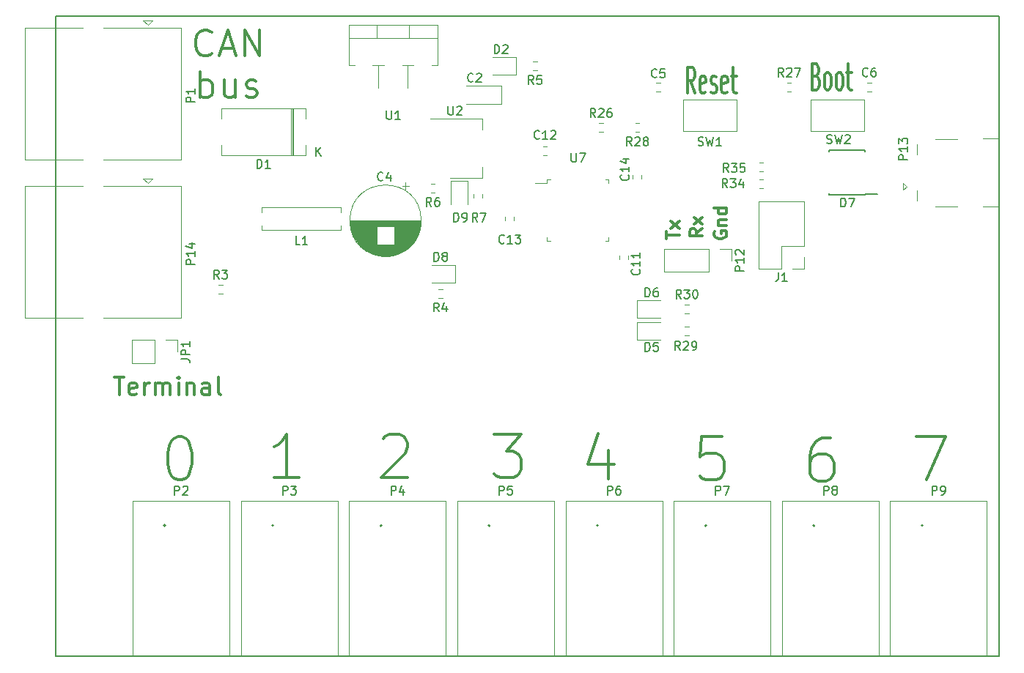
<source format=gbr>
G04 #@! TF.FileFunction,Legend,Top*
%FSLAX46Y46*%
G04 Gerber Fmt 4.6, Leading zero omitted, Abs format (unit mm)*
G04 Created by KiCad (PCBNEW 4.0.7) date Wed Mar 21 17:07:03 2018*
%MOMM*%
%LPD*%
G01*
G04 APERTURE LIST*
%ADD10C,0.100000*%
%ADD11C,0.150000*%
%ADD12C,0.300000*%
%ADD13C,0.120000*%
%ADD14C,0.200000*%
G04 APERTURE END LIST*
D10*
D11*
X134000000Y-140000000D02*
X134000000Y-66000000D01*
X25000000Y-66000000D02*
X25000000Y-140000000D01*
X25000000Y-66000000D02*
X134000000Y-66000000D01*
D12*
X31782523Y-107743762D02*
X32925380Y-107743762D01*
X32353952Y-109743762D02*
X32353952Y-107743762D01*
X34353952Y-109648524D02*
X34163476Y-109743762D01*
X33782524Y-109743762D01*
X33592047Y-109648524D01*
X33496809Y-109458048D01*
X33496809Y-108696143D01*
X33592047Y-108505667D01*
X33782524Y-108410429D01*
X34163476Y-108410429D01*
X34353952Y-108505667D01*
X34449190Y-108696143D01*
X34449190Y-108886619D01*
X33496809Y-109077095D01*
X35306333Y-109743762D02*
X35306333Y-108410429D01*
X35306333Y-108791381D02*
X35401572Y-108600905D01*
X35496810Y-108505667D01*
X35687286Y-108410429D01*
X35877762Y-108410429D01*
X36544428Y-109743762D02*
X36544428Y-108410429D01*
X36544428Y-108600905D02*
X36639667Y-108505667D01*
X36830143Y-108410429D01*
X37115857Y-108410429D01*
X37306333Y-108505667D01*
X37401571Y-108696143D01*
X37401571Y-109743762D01*
X37401571Y-108696143D02*
X37496809Y-108505667D01*
X37687286Y-108410429D01*
X37973000Y-108410429D01*
X38163476Y-108505667D01*
X38258714Y-108696143D01*
X38258714Y-109743762D01*
X39211095Y-109743762D02*
X39211095Y-108410429D01*
X39211095Y-107743762D02*
X39115857Y-107839000D01*
X39211095Y-107934238D01*
X39306334Y-107839000D01*
X39211095Y-107743762D01*
X39211095Y-107934238D01*
X40163476Y-108410429D02*
X40163476Y-109743762D01*
X40163476Y-108600905D02*
X40258715Y-108505667D01*
X40449191Y-108410429D01*
X40734905Y-108410429D01*
X40925381Y-108505667D01*
X41020619Y-108696143D01*
X41020619Y-109743762D01*
X42830143Y-109743762D02*
X42830143Y-108696143D01*
X42734905Y-108505667D01*
X42544429Y-108410429D01*
X42163477Y-108410429D01*
X41973000Y-108505667D01*
X42830143Y-109648524D02*
X42639667Y-109743762D01*
X42163477Y-109743762D01*
X41973000Y-109648524D01*
X41877762Y-109458048D01*
X41877762Y-109267571D01*
X41973000Y-109077095D01*
X42163477Y-108981857D01*
X42639667Y-108981857D01*
X42830143Y-108886619D01*
X44068239Y-109743762D02*
X43877763Y-109648524D01*
X43782524Y-109458048D01*
X43782524Y-107743762D01*
D11*
X133000000Y-140000000D02*
X134000000Y-140000000D01*
D12*
X43029428Y-70299429D02*
X42886571Y-70442286D01*
X42458000Y-70585143D01*
X42172286Y-70585143D01*
X41743714Y-70442286D01*
X41458000Y-70156571D01*
X41315143Y-69870857D01*
X41172286Y-69299429D01*
X41172286Y-68870857D01*
X41315143Y-68299429D01*
X41458000Y-68013714D01*
X41743714Y-67728000D01*
X42172286Y-67585143D01*
X42458000Y-67585143D01*
X42886571Y-67728000D01*
X43029428Y-67870857D01*
X44172286Y-69728000D02*
X45600857Y-69728000D01*
X43886571Y-70585143D02*
X44886571Y-67585143D01*
X45886571Y-70585143D01*
X46886572Y-70585143D02*
X46886572Y-67585143D01*
X48600857Y-70585143D01*
X48600857Y-67585143D01*
X41743715Y-75385143D02*
X41743715Y-72385143D01*
X41743715Y-73528000D02*
X42029429Y-73385143D01*
X42600858Y-73385143D01*
X42886572Y-73528000D01*
X43029429Y-73670857D01*
X43172286Y-73956571D01*
X43172286Y-74813714D01*
X43029429Y-75099429D01*
X42886572Y-75242286D01*
X42600858Y-75385143D01*
X42029429Y-75385143D01*
X41743715Y-75242286D01*
X45743715Y-73385143D02*
X45743715Y-75385143D01*
X44458001Y-73385143D02*
X44458001Y-74956571D01*
X44600858Y-75242286D01*
X44886572Y-75385143D01*
X45315144Y-75385143D01*
X45600858Y-75242286D01*
X45743715Y-75099429D01*
X47029430Y-75242286D02*
X47315144Y-75385143D01*
X47886572Y-75385143D01*
X48172287Y-75242286D01*
X48315144Y-74956571D01*
X48315144Y-74813714D01*
X48172287Y-74528000D01*
X47886572Y-74385143D01*
X47458001Y-74385143D01*
X47172287Y-74242286D01*
X47029430Y-73956571D01*
X47029430Y-73813714D01*
X47172287Y-73528000D01*
X47458001Y-73385143D01*
X47886572Y-73385143D01*
X48172287Y-73528000D01*
X124444334Y-114609905D02*
X127777667Y-114609905D01*
X125634810Y-119609905D01*
X114490381Y-114736905D02*
X113538000Y-114736905D01*
X113061810Y-114975000D01*
X112823715Y-115213095D01*
X112347524Y-115927381D01*
X112109429Y-116879762D01*
X112109429Y-118784524D01*
X112347524Y-119260714D01*
X112585619Y-119498810D01*
X113061810Y-119736905D01*
X114014191Y-119736905D01*
X114490381Y-119498810D01*
X114728477Y-119260714D01*
X114966572Y-118784524D01*
X114966572Y-117594048D01*
X114728477Y-117117857D01*
X114490381Y-116879762D01*
X114014191Y-116641667D01*
X113061810Y-116641667D01*
X112585619Y-116879762D01*
X112347524Y-117117857D01*
X112109429Y-117594048D01*
X102028477Y-114609905D02*
X99647524Y-114609905D01*
X99409429Y-116990857D01*
X99647524Y-116752762D01*
X100123715Y-116514667D01*
X101314191Y-116514667D01*
X101790381Y-116752762D01*
X102028477Y-116990857D01*
X102266572Y-117467048D01*
X102266572Y-118657524D01*
X102028477Y-119133714D01*
X101790381Y-119371810D01*
X101314191Y-119609905D01*
X100123715Y-119609905D01*
X99647524Y-119371810D01*
X99409429Y-119133714D01*
X88836381Y-116149571D02*
X88836381Y-119482905D01*
X87645905Y-114244810D02*
X86455429Y-117816238D01*
X89550667Y-117816238D01*
X75676334Y-114355905D02*
X78771572Y-114355905D01*
X77104905Y-116260667D01*
X77819191Y-116260667D01*
X78295381Y-116498762D01*
X78533477Y-116736857D01*
X78771572Y-117213048D01*
X78771572Y-118403524D01*
X78533477Y-118879714D01*
X78295381Y-119117810D01*
X77819191Y-119355905D01*
X76390619Y-119355905D01*
X75914429Y-119117810D01*
X75676334Y-118879714D01*
X62833429Y-114832095D02*
X63071524Y-114594000D01*
X63547715Y-114355905D01*
X64738191Y-114355905D01*
X65214381Y-114594000D01*
X65452477Y-114832095D01*
X65690572Y-115308286D01*
X65690572Y-115784476D01*
X65452477Y-116498762D01*
X62595334Y-119355905D01*
X65690572Y-119355905D01*
X53117572Y-119355905D02*
X50260429Y-119355905D01*
X51689000Y-119355905D02*
X51689000Y-114355905D01*
X51212810Y-115070190D01*
X50736619Y-115546381D01*
X50260429Y-115784476D01*
X39131905Y-114609905D02*
X39608096Y-114609905D01*
X40084286Y-114848000D01*
X40322381Y-115086095D01*
X40560477Y-115562286D01*
X40798572Y-116514667D01*
X40798572Y-117705143D01*
X40560477Y-118657524D01*
X40322381Y-119133714D01*
X40084286Y-119371810D01*
X39608096Y-119609905D01*
X39131905Y-119609905D01*
X38655715Y-119371810D01*
X38417619Y-119133714D01*
X38179524Y-118657524D01*
X37941429Y-117705143D01*
X37941429Y-116514667D01*
X38179524Y-115562286D01*
X38417619Y-115086095D01*
X38655715Y-114848000D01*
X39131905Y-114609905D01*
X95571571Y-91713714D02*
X95571571Y-90856571D01*
X97071571Y-91285142D02*
X95571571Y-91285142D01*
X97071571Y-90499428D02*
X96071571Y-89713714D01*
X96071571Y-90499428D02*
X97071571Y-89713714D01*
X99738571Y-90566857D02*
X99024286Y-91066857D01*
X99738571Y-91424000D02*
X98238571Y-91424000D01*
X98238571Y-90852572D01*
X98310000Y-90709714D01*
X98381429Y-90638286D01*
X98524286Y-90566857D01*
X98738571Y-90566857D01*
X98881429Y-90638286D01*
X98952857Y-90709714D01*
X99024286Y-90852572D01*
X99024286Y-91424000D01*
X99738571Y-90066857D02*
X98738571Y-89281143D01*
X98738571Y-90066857D02*
X99738571Y-89281143D01*
X101104000Y-90880286D02*
X101032571Y-91023143D01*
X101032571Y-91237429D01*
X101104000Y-91451714D01*
X101246857Y-91594572D01*
X101389714Y-91666000D01*
X101675429Y-91737429D01*
X101889714Y-91737429D01*
X102175429Y-91666000D01*
X102318286Y-91594572D01*
X102461143Y-91451714D01*
X102532571Y-91237429D01*
X102532571Y-91094572D01*
X102461143Y-90880286D01*
X102389714Y-90808857D01*
X101889714Y-90808857D01*
X101889714Y-91094572D01*
X101532571Y-90166000D02*
X102532571Y-90166000D01*
X101675429Y-90166000D02*
X101604000Y-90094572D01*
X101532571Y-89951714D01*
X101532571Y-89737429D01*
X101604000Y-89594572D01*
X101746857Y-89523143D01*
X102532571Y-89523143D01*
X102532571Y-88166000D02*
X101032571Y-88166000D01*
X102461143Y-88166000D02*
X102532571Y-88308857D01*
X102532571Y-88594571D01*
X102461143Y-88737429D01*
X102389714Y-88808857D01*
X102246857Y-88880286D01*
X101818286Y-88880286D01*
X101675429Y-88808857D01*
X101604000Y-88737429D01*
X101532571Y-88594571D01*
X101532571Y-88308857D01*
X101604000Y-88166000D01*
D11*
X25000000Y-140000000D02*
X133000000Y-140000000D01*
D12*
X98853858Y-74890143D02*
X98353858Y-73461571D01*
X97996715Y-74890143D02*
X97996715Y-71890143D01*
X98568143Y-71890143D01*
X98711001Y-72033000D01*
X98782429Y-72175857D01*
X98853858Y-72461571D01*
X98853858Y-72890143D01*
X98782429Y-73175857D01*
X98711001Y-73318714D01*
X98568143Y-73461571D01*
X97996715Y-73461571D01*
X100068143Y-74747286D02*
X99925286Y-74890143D01*
X99639572Y-74890143D01*
X99496715Y-74747286D01*
X99425286Y-74461571D01*
X99425286Y-73318714D01*
X99496715Y-73033000D01*
X99639572Y-72890143D01*
X99925286Y-72890143D01*
X100068143Y-73033000D01*
X100139572Y-73318714D01*
X100139572Y-73604429D01*
X99425286Y-73890143D01*
X100711000Y-74747286D02*
X100853857Y-74890143D01*
X101139572Y-74890143D01*
X101282429Y-74747286D01*
X101353857Y-74461571D01*
X101353857Y-74318714D01*
X101282429Y-74033000D01*
X101139572Y-73890143D01*
X100925286Y-73890143D01*
X100782429Y-73747286D01*
X100711000Y-73461571D01*
X100711000Y-73318714D01*
X100782429Y-73033000D01*
X100925286Y-72890143D01*
X101139572Y-72890143D01*
X101282429Y-73033000D01*
X102568143Y-74747286D02*
X102425286Y-74890143D01*
X102139572Y-74890143D01*
X101996715Y-74747286D01*
X101925286Y-74461571D01*
X101925286Y-73318714D01*
X101996715Y-73033000D01*
X102139572Y-72890143D01*
X102425286Y-72890143D01*
X102568143Y-73033000D01*
X102639572Y-73318714D01*
X102639572Y-73604429D01*
X101925286Y-73890143D01*
X103068143Y-72890143D02*
X103639572Y-72890143D01*
X103282429Y-71890143D02*
X103282429Y-74461571D01*
X103353857Y-74747286D01*
X103496715Y-74890143D01*
X103639572Y-74890143D01*
X112875429Y-72937714D02*
X113089715Y-73080571D01*
X113161143Y-73223429D01*
X113232572Y-73509143D01*
X113232572Y-73937714D01*
X113161143Y-74223429D01*
X113089715Y-74366286D01*
X112946857Y-74509143D01*
X112375429Y-74509143D01*
X112375429Y-71509143D01*
X112875429Y-71509143D01*
X113018286Y-71652000D01*
X113089715Y-71794857D01*
X113161143Y-72080571D01*
X113161143Y-72366286D01*
X113089715Y-72652000D01*
X113018286Y-72794857D01*
X112875429Y-72937714D01*
X112375429Y-72937714D01*
X114089715Y-74509143D02*
X113946857Y-74366286D01*
X113875429Y-74223429D01*
X113804000Y-73937714D01*
X113804000Y-73080571D01*
X113875429Y-72794857D01*
X113946857Y-72652000D01*
X114089715Y-72509143D01*
X114304000Y-72509143D01*
X114446857Y-72652000D01*
X114518286Y-72794857D01*
X114589715Y-73080571D01*
X114589715Y-73937714D01*
X114518286Y-74223429D01*
X114446857Y-74366286D01*
X114304000Y-74509143D01*
X114089715Y-74509143D01*
X115446858Y-74509143D02*
X115304000Y-74366286D01*
X115232572Y-74223429D01*
X115161143Y-73937714D01*
X115161143Y-73080571D01*
X115232572Y-72794857D01*
X115304000Y-72652000D01*
X115446858Y-72509143D01*
X115661143Y-72509143D01*
X115804000Y-72652000D01*
X115875429Y-72794857D01*
X115946858Y-73080571D01*
X115946858Y-73937714D01*
X115875429Y-74223429D01*
X115804000Y-74366286D01*
X115661143Y-74509143D01*
X115446858Y-74509143D01*
X116375429Y-72509143D02*
X116946858Y-72509143D01*
X116589715Y-71509143D02*
X116589715Y-74080571D01*
X116661143Y-74366286D01*
X116804001Y-74509143D01*
X116946858Y-74509143D01*
D13*
X83910000Y-139800000D02*
X83910000Y-122000000D01*
X83910000Y-122000000D02*
X95090000Y-122000000D01*
X95090000Y-122000000D02*
X95090000Y-139800000D01*
D14*
X87695000Y-124880000D02*
G75*
G03X87695000Y-124880000I-100000J0D01*
G01*
D13*
X71410000Y-139800000D02*
X71410000Y-122000000D01*
X71410000Y-122000000D02*
X82590000Y-122000000D01*
X82590000Y-122000000D02*
X82590000Y-139800000D01*
D14*
X75195000Y-124880000D02*
G75*
G03X75195000Y-124880000I-100000J0D01*
G01*
D13*
X33910000Y-139800000D02*
X33910000Y-122000000D01*
X33910000Y-122000000D02*
X45090000Y-122000000D01*
X45090000Y-122000000D02*
X45090000Y-139800000D01*
D14*
X37695000Y-124880000D02*
G75*
G03X37695000Y-124880000I-100000J0D01*
G01*
D13*
X46410000Y-139800000D02*
X46410000Y-122000000D01*
X46410000Y-122000000D02*
X57590000Y-122000000D01*
X57590000Y-122000000D02*
X57590000Y-139800000D01*
D14*
X50195000Y-124880000D02*
G75*
G03X50195000Y-124880000I-100000J0D01*
G01*
D13*
X58910000Y-139800000D02*
X58910000Y-122000000D01*
X58910000Y-122000000D02*
X70090000Y-122000000D01*
X70090000Y-122000000D02*
X70090000Y-139800000D01*
D14*
X62695000Y-124880000D02*
G75*
G03X62695000Y-124880000I-100000J0D01*
G01*
D13*
X96410000Y-139800000D02*
X96410000Y-122000000D01*
X96410000Y-122000000D02*
X107590000Y-122000000D01*
X107590000Y-122000000D02*
X107590000Y-139800000D01*
D14*
X100195000Y-124880000D02*
G75*
G03X100195000Y-124880000I-100000J0D01*
G01*
D13*
X108910000Y-139800000D02*
X108910000Y-122000000D01*
X108910000Y-122000000D02*
X120090000Y-122000000D01*
X120090000Y-122000000D02*
X120090000Y-139800000D01*
D14*
X112695000Y-124880000D02*
G75*
G03X112695000Y-124880000I-100000J0D01*
G01*
D13*
X121410000Y-139800000D02*
X121410000Y-122000000D01*
X121410000Y-122000000D02*
X132590000Y-122000000D01*
X132590000Y-122000000D02*
X132590000Y-139800000D01*
D14*
X125195000Y-124880000D02*
G75*
G03X125195000Y-124880000I-100000J0D01*
G01*
D13*
X72441000Y-76117000D02*
X76536000Y-76117000D01*
X76536000Y-76117000D02*
X76536000Y-73997000D01*
X76536000Y-73997000D02*
X72441000Y-73997000D01*
X67239000Y-89634000D02*
G75*
G03X67239000Y-89634000I-4120000J0D01*
G01*
X67199000Y-89634000D02*
X59039000Y-89634000D01*
X67199000Y-89674000D02*
X59039000Y-89674000D01*
X67199000Y-89714000D02*
X59039000Y-89714000D01*
X67198000Y-89754000D02*
X59040000Y-89754000D01*
X67196000Y-89794000D02*
X59042000Y-89794000D01*
X67195000Y-89834000D02*
X59043000Y-89834000D01*
X67193000Y-89874000D02*
X59045000Y-89874000D01*
X67190000Y-89914000D02*
X59048000Y-89914000D01*
X67187000Y-89954000D02*
X59051000Y-89954000D01*
X67184000Y-89994000D02*
X59054000Y-89994000D01*
X67180000Y-90034000D02*
X59058000Y-90034000D01*
X67176000Y-90074000D02*
X59062000Y-90074000D01*
X67171000Y-90114000D02*
X59067000Y-90114000D01*
X67167000Y-90154000D02*
X59071000Y-90154000D01*
X67161000Y-90194000D02*
X59077000Y-90194000D01*
X67156000Y-90234000D02*
X59082000Y-90234000D01*
X67149000Y-90274000D02*
X59089000Y-90274000D01*
X67143000Y-90314000D02*
X59095000Y-90314000D01*
X67136000Y-90355000D02*
X64159000Y-90355000D01*
X62079000Y-90355000D02*
X59102000Y-90355000D01*
X67129000Y-90395000D02*
X64159000Y-90395000D01*
X62079000Y-90395000D02*
X59109000Y-90395000D01*
X67121000Y-90435000D02*
X64159000Y-90435000D01*
X62079000Y-90435000D02*
X59117000Y-90435000D01*
X67113000Y-90475000D02*
X64159000Y-90475000D01*
X62079000Y-90475000D02*
X59125000Y-90475000D01*
X67104000Y-90515000D02*
X64159000Y-90515000D01*
X62079000Y-90515000D02*
X59134000Y-90515000D01*
X67095000Y-90555000D02*
X64159000Y-90555000D01*
X62079000Y-90555000D02*
X59143000Y-90555000D01*
X67086000Y-90595000D02*
X64159000Y-90595000D01*
X62079000Y-90595000D02*
X59152000Y-90595000D01*
X67076000Y-90635000D02*
X64159000Y-90635000D01*
X62079000Y-90635000D02*
X59162000Y-90635000D01*
X67066000Y-90675000D02*
X64159000Y-90675000D01*
X62079000Y-90675000D02*
X59172000Y-90675000D01*
X67055000Y-90715000D02*
X64159000Y-90715000D01*
X62079000Y-90715000D02*
X59183000Y-90715000D01*
X67044000Y-90755000D02*
X64159000Y-90755000D01*
X62079000Y-90755000D02*
X59194000Y-90755000D01*
X67033000Y-90795000D02*
X64159000Y-90795000D01*
X62079000Y-90795000D02*
X59205000Y-90795000D01*
X67021000Y-90835000D02*
X64159000Y-90835000D01*
X62079000Y-90835000D02*
X59217000Y-90835000D01*
X67008000Y-90875000D02*
X64159000Y-90875000D01*
X62079000Y-90875000D02*
X59230000Y-90875000D01*
X66996000Y-90915000D02*
X64159000Y-90915000D01*
X62079000Y-90915000D02*
X59242000Y-90915000D01*
X66982000Y-90955000D02*
X64159000Y-90955000D01*
X62079000Y-90955000D02*
X59256000Y-90955000D01*
X66969000Y-90995000D02*
X64159000Y-90995000D01*
X62079000Y-90995000D02*
X59269000Y-90995000D01*
X66954000Y-91035000D02*
X64159000Y-91035000D01*
X62079000Y-91035000D02*
X59284000Y-91035000D01*
X66940000Y-91075000D02*
X64159000Y-91075000D01*
X62079000Y-91075000D02*
X59298000Y-91075000D01*
X66924000Y-91115000D02*
X64159000Y-91115000D01*
X62079000Y-91115000D02*
X59314000Y-91115000D01*
X66909000Y-91155000D02*
X64159000Y-91155000D01*
X62079000Y-91155000D02*
X59329000Y-91155000D01*
X66893000Y-91195000D02*
X64159000Y-91195000D01*
X62079000Y-91195000D02*
X59345000Y-91195000D01*
X66876000Y-91235000D02*
X64159000Y-91235000D01*
X62079000Y-91235000D02*
X59362000Y-91235000D01*
X66859000Y-91275000D02*
X64159000Y-91275000D01*
X62079000Y-91275000D02*
X59379000Y-91275000D01*
X66841000Y-91315000D02*
X64159000Y-91315000D01*
X62079000Y-91315000D02*
X59397000Y-91315000D01*
X66823000Y-91355000D02*
X64159000Y-91355000D01*
X62079000Y-91355000D02*
X59415000Y-91355000D01*
X66805000Y-91395000D02*
X64159000Y-91395000D01*
X62079000Y-91395000D02*
X59433000Y-91395000D01*
X66785000Y-91435000D02*
X64159000Y-91435000D01*
X62079000Y-91435000D02*
X59453000Y-91435000D01*
X66766000Y-91475000D02*
X64159000Y-91475000D01*
X62079000Y-91475000D02*
X59472000Y-91475000D01*
X66746000Y-91515000D02*
X64159000Y-91515000D01*
X62079000Y-91515000D02*
X59492000Y-91515000D01*
X66725000Y-91555000D02*
X64159000Y-91555000D01*
X62079000Y-91555000D02*
X59513000Y-91555000D01*
X66703000Y-91595000D02*
X64159000Y-91595000D01*
X62079000Y-91595000D02*
X59535000Y-91595000D01*
X66681000Y-91635000D02*
X64159000Y-91635000D01*
X62079000Y-91635000D02*
X59557000Y-91635000D01*
X66659000Y-91675000D02*
X64159000Y-91675000D01*
X62079000Y-91675000D02*
X59579000Y-91675000D01*
X66636000Y-91715000D02*
X64159000Y-91715000D01*
X62079000Y-91715000D02*
X59602000Y-91715000D01*
X66612000Y-91755000D02*
X64159000Y-91755000D01*
X62079000Y-91755000D02*
X59626000Y-91755000D01*
X66588000Y-91795000D02*
X64159000Y-91795000D01*
X62079000Y-91795000D02*
X59650000Y-91795000D01*
X66563000Y-91835000D02*
X64159000Y-91835000D01*
X62079000Y-91835000D02*
X59675000Y-91835000D01*
X66537000Y-91875000D02*
X64159000Y-91875000D01*
X62079000Y-91875000D02*
X59701000Y-91875000D01*
X66511000Y-91915000D02*
X64159000Y-91915000D01*
X62079000Y-91915000D02*
X59727000Y-91915000D01*
X66484000Y-91955000D02*
X64159000Y-91955000D01*
X62079000Y-91955000D02*
X59754000Y-91955000D01*
X66457000Y-91995000D02*
X64159000Y-91995000D01*
X62079000Y-91995000D02*
X59781000Y-91995000D01*
X66428000Y-92035000D02*
X64159000Y-92035000D01*
X62079000Y-92035000D02*
X59810000Y-92035000D01*
X66399000Y-92075000D02*
X64159000Y-92075000D01*
X62079000Y-92075000D02*
X59839000Y-92075000D01*
X66369000Y-92115000D02*
X64159000Y-92115000D01*
X62079000Y-92115000D02*
X59869000Y-92115000D01*
X66339000Y-92155000D02*
X64159000Y-92155000D01*
X62079000Y-92155000D02*
X59899000Y-92155000D01*
X66308000Y-92195000D02*
X64159000Y-92195000D01*
X62079000Y-92195000D02*
X59930000Y-92195000D01*
X66275000Y-92235000D02*
X64159000Y-92235000D01*
X62079000Y-92235000D02*
X59963000Y-92235000D01*
X66243000Y-92275000D02*
X64159000Y-92275000D01*
X62079000Y-92275000D02*
X59995000Y-92275000D01*
X66209000Y-92315000D02*
X64159000Y-92315000D01*
X62079000Y-92315000D02*
X60029000Y-92315000D01*
X66174000Y-92355000D02*
X64159000Y-92355000D01*
X62079000Y-92355000D02*
X60064000Y-92355000D01*
X66138000Y-92395000D02*
X64159000Y-92395000D01*
X62079000Y-92395000D02*
X60100000Y-92395000D01*
X66102000Y-92435000D02*
X60136000Y-92435000D01*
X66064000Y-92475000D02*
X60174000Y-92475000D01*
X66026000Y-92515000D02*
X60212000Y-92515000D01*
X65986000Y-92555000D02*
X60252000Y-92555000D01*
X65945000Y-92595000D02*
X60293000Y-92595000D01*
X65903000Y-92635000D02*
X60335000Y-92635000D01*
X65860000Y-92675000D02*
X60378000Y-92675000D01*
X65816000Y-92715000D02*
X60422000Y-92715000D01*
X65770000Y-92755000D02*
X60468000Y-92755000D01*
X65723000Y-92795000D02*
X60515000Y-92795000D01*
X65675000Y-92835000D02*
X60563000Y-92835000D01*
X65624000Y-92875000D02*
X60614000Y-92875000D01*
X65573000Y-92915000D02*
X60665000Y-92915000D01*
X65519000Y-92955000D02*
X60719000Y-92955000D01*
X65464000Y-92995000D02*
X60774000Y-92995000D01*
X65406000Y-93035000D02*
X60832000Y-93035000D01*
X65347000Y-93075000D02*
X60891000Y-93075000D01*
X65285000Y-93115000D02*
X60953000Y-93115000D01*
X65221000Y-93155000D02*
X61017000Y-93155000D01*
X65153000Y-93195000D02*
X61085000Y-93195000D01*
X65083000Y-93235000D02*
X61155000Y-93235000D01*
X65009000Y-93275000D02*
X61229000Y-93275000D01*
X64932000Y-93315000D02*
X61306000Y-93315000D01*
X64850000Y-93355000D02*
X61388000Y-93355000D01*
X64764000Y-93395000D02*
X61474000Y-93395000D01*
X64671000Y-93435000D02*
X61567000Y-93435000D01*
X64572000Y-93475000D02*
X61666000Y-93475000D01*
X64465000Y-93515000D02*
X61773000Y-93515000D01*
X64348000Y-93555000D02*
X61890000Y-93555000D01*
X64217000Y-93595000D02*
X62021000Y-93595000D01*
X64067000Y-93635000D02*
X62171000Y-93635000D01*
X63887000Y-93675000D02*
X62351000Y-93675000D01*
X63652000Y-93715000D02*
X62586000Y-93715000D01*
X65434000Y-85224302D02*
X65434000Y-86024302D01*
X65834000Y-85624302D02*
X65034000Y-85624302D01*
X94835000Y-74678000D02*
X94395000Y-74678000D01*
X94835000Y-73658000D02*
X94395000Y-73658000D01*
X118779000Y-73658000D02*
X119219000Y-73658000D01*
X118779000Y-74678000D02*
X119219000Y-74678000D01*
X90168000Y-94073000D02*
X90168000Y-93633000D01*
X91188000Y-94073000D02*
X91188000Y-93633000D01*
X81754000Y-82044000D02*
X81314000Y-82044000D01*
X81754000Y-81024000D02*
X81314000Y-81024000D01*
X77980000Y-89188000D02*
X77980000Y-89628000D01*
X76960000Y-89188000D02*
X76960000Y-89628000D01*
X91692000Y-84802000D02*
X91692000Y-84362000D01*
X92712000Y-84802000D02*
X92712000Y-84362000D01*
X53907000Y-80915000D02*
X53907000Y-82100000D01*
X53907000Y-82100000D02*
X44137000Y-82100000D01*
X44137000Y-82100000D02*
X44137000Y-80915000D01*
X53907000Y-77835000D02*
X53907000Y-76650000D01*
X53907000Y-76650000D02*
X44137000Y-76650000D01*
X44137000Y-76650000D02*
X44137000Y-77835000D01*
X52357500Y-82100000D02*
X52357500Y-76650000D01*
X52237500Y-82100000D02*
X52237500Y-76650000D01*
X52477500Y-82100000D02*
X52477500Y-76650000D01*
X75454000Y-72765000D02*
X78154000Y-72765000D01*
X78154000Y-72765000D02*
X78154000Y-70745000D01*
X78154000Y-70745000D02*
X75454000Y-70745000D01*
X94853000Y-101352000D02*
X92153000Y-101352000D01*
X92153000Y-101352000D02*
X92153000Y-103372000D01*
X92153000Y-103372000D02*
X94853000Y-103372000D01*
X94853000Y-98812000D02*
X92153000Y-98812000D01*
X92153000Y-98812000D02*
X92153000Y-100832000D01*
X92153000Y-100832000D02*
X94853000Y-100832000D01*
X68469000Y-96768000D02*
X71169000Y-96768000D01*
X71169000Y-96768000D02*
X71169000Y-94748000D01*
X71169000Y-94748000D02*
X68469000Y-94748000D01*
X72638000Y-87741000D02*
X72638000Y-85041000D01*
X72638000Y-85041000D02*
X70618000Y-85041000D01*
X70618000Y-85041000D02*
X70618000Y-87741000D01*
X111439000Y-87443000D02*
X106239000Y-87443000D01*
X111439000Y-92583000D02*
X111439000Y-87443000D01*
X106239000Y-95183000D02*
X106239000Y-87443000D01*
X111439000Y-92583000D02*
X108839000Y-92583000D01*
X108839000Y-92583000D02*
X108839000Y-95183000D01*
X108839000Y-95183000D02*
X106239000Y-95183000D01*
X111439000Y-93853000D02*
X111439000Y-95183000D01*
X111439000Y-95183000D02*
X110109000Y-95183000D01*
X33849000Y-103445000D02*
X33849000Y-106105000D01*
X36449000Y-103445000D02*
X33849000Y-103445000D01*
X36449000Y-106105000D02*
X33849000Y-106105000D01*
X36449000Y-103445000D02*
X36449000Y-106105000D01*
X37719000Y-103445000D02*
X39049000Y-103445000D01*
X39049000Y-103445000D02*
X39049000Y-104775000D01*
X57960000Y-90718000D02*
X48840000Y-90718000D01*
X57960000Y-88098000D02*
X48840000Y-88098000D01*
X57960000Y-90718000D02*
X57960000Y-90158000D01*
X57960000Y-88658000D02*
X57960000Y-88098000D01*
X48840000Y-90718000D02*
X48840000Y-90158000D01*
X48840000Y-88658000D02*
X48840000Y-88098000D01*
X35137000Y-66485000D02*
X35687000Y-67035000D01*
X36187000Y-66485000D02*
X35137000Y-66485000D01*
X35687000Y-67035000D02*
X36187000Y-66485000D01*
X21467000Y-67315000D02*
X21467000Y-82555000D01*
X39497000Y-82555000D02*
X30507000Y-82545000D01*
X39497000Y-82555000D02*
X39497000Y-67315000D01*
X39497000Y-67315000D02*
X30497000Y-67315000D01*
X28167000Y-82545000D02*
X21467000Y-82555000D01*
X28177000Y-67315000D02*
X21467000Y-67315000D01*
X95317000Y-92904000D02*
X95317000Y-95564000D01*
X100457000Y-92904000D02*
X95317000Y-92904000D01*
X100457000Y-95564000D02*
X95317000Y-95564000D01*
X100457000Y-92904000D02*
X100457000Y-95564000D01*
X101727000Y-92904000D02*
X103057000Y-92904000D01*
X103057000Y-92904000D02*
X103057000Y-94234000D01*
X133989000Y-80124000D02*
X132089000Y-80124000D01*
X129189000Y-80174000D02*
X126589000Y-80174000D01*
X124489000Y-82024000D02*
X124489000Y-80824000D01*
X124489000Y-87324000D02*
X124489000Y-86124000D01*
X129189000Y-87974000D02*
X126589000Y-87974000D01*
X133989000Y-87974000D02*
X132089000Y-87974000D01*
X122889000Y-85324000D02*
X123339000Y-85674000D01*
X122889000Y-86024000D02*
X122889000Y-85324000D01*
X123339000Y-85674000D02*
X122889000Y-86024000D01*
X35137000Y-84773000D02*
X35687000Y-85323000D01*
X36187000Y-84773000D02*
X35137000Y-84773000D01*
X35687000Y-85323000D02*
X36187000Y-84773000D01*
X21467000Y-85603000D02*
X21467000Y-100843000D01*
X39497000Y-100843000D02*
X30507000Y-100833000D01*
X39497000Y-100843000D02*
X39497000Y-85603000D01*
X39497000Y-85603000D02*
X30497000Y-85603000D01*
X28167000Y-100833000D02*
X21467000Y-100843000D01*
X28177000Y-85603000D02*
X21467000Y-85603000D01*
X43849000Y-97026000D02*
X44289000Y-97026000D01*
X43849000Y-98046000D02*
X44289000Y-98046000D01*
X69689000Y-98554000D02*
X69249000Y-98554000D01*
X69689000Y-97534000D02*
X69249000Y-97534000D01*
X80611000Y-72265000D02*
X80171000Y-72265000D01*
X80611000Y-71245000D02*
X80171000Y-71245000D01*
X68360000Y-85342000D02*
X68800000Y-85342000D01*
X68360000Y-86362000D02*
X68800000Y-86362000D01*
X74297000Y-86521000D02*
X74297000Y-86961000D01*
X73277000Y-86521000D02*
X73277000Y-86961000D01*
X87791000Y-78357000D02*
X88231000Y-78357000D01*
X87791000Y-79377000D02*
X88231000Y-79377000D01*
X109948000Y-74678000D02*
X109508000Y-74678000D01*
X109948000Y-73658000D02*
X109508000Y-73658000D01*
X92422000Y-79377000D02*
X91982000Y-79377000D01*
X92422000Y-78357000D02*
X91982000Y-78357000D01*
X97697000Y-101852000D02*
X98137000Y-101852000D01*
X97697000Y-102872000D02*
X98137000Y-102872000D01*
X97697000Y-99312000D02*
X98137000Y-99312000D01*
X97697000Y-100332000D02*
X98137000Y-100332000D01*
X106709500Y-85854000D02*
X106269500Y-85854000D01*
X106709500Y-84834000D02*
X106269500Y-84834000D01*
X106709500Y-83949000D02*
X106269500Y-83949000D01*
X106709500Y-82929000D02*
X106269500Y-82929000D01*
X74300000Y-84690000D02*
X74300000Y-83430000D01*
X74300000Y-77870000D02*
X74300000Y-79130000D01*
X70540000Y-84690000D02*
X74300000Y-84690000D01*
X68290000Y-77870000D02*
X74300000Y-77870000D01*
X88904000Y-84832000D02*
X88904000Y-85252000D01*
X88904000Y-91952000D02*
X88904000Y-91532000D01*
X81784000Y-91952000D02*
X81784000Y-91532000D01*
X81784000Y-84832000D02*
X82204000Y-84832000D01*
X88904000Y-91952000D02*
X88484000Y-91952000D01*
X88904000Y-84832000D02*
X88484000Y-84832000D01*
X81784000Y-85252000D02*
X80404000Y-85252000D01*
X81784000Y-84832000D02*
X81784000Y-85252000D01*
X81784000Y-91952000D02*
X82204000Y-91952000D01*
X58858000Y-67008000D02*
X69099000Y-67008000D01*
X58858000Y-71649000D02*
X59529000Y-71649000D01*
X61629000Y-71649000D02*
X62914000Y-71649000D01*
X65044000Y-71649000D02*
X66314000Y-71649000D01*
X68444000Y-71649000D02*
X69099000Y-71649000D01*
X58858000Y-67008000D02*
X58858000Y-71649000D01*
X69099000Y-67008000D02*
X69099000Y-71649000D01*
X58858000Y-68517000D02*
X69099000Y-68517000D01*
X62129000Y-67008000D02*
X62129000Y-68517000D01*
X65829000Y-67008000D02*
X65829000Y-68517000D01*
X62279000Y-71649000D02*
X62279000Y-74263000D01*
X65679000Y-71649000D02*
X65679000Y-74263000D01*
X97524000Y-75660000D02*
X103644000Y-75660000D01*
X103644000Y-75660000D02*
X103644000Y-79280000D01*
X103644000Y-79280000D02*
X97524000Y-79280000D01*
X97524000Y-79280000D02*
X97524000Y-75660000D01*
X112256000Y-75660000D02*
X118376000Y-75660000D01*
X118376000Y-75660000D02*
X118376000Y-79280000D01*
X118376000Y-79280000D02*
X112256000Y-79280000D01*
X112256000Y-79280000D02*
X112256000Y-75660000D01*
D11*
X118534000Y-86649000D02*
X118534000Y-86599000D01*
X114384000Y-86649000D02*
X114384000Y-86504000D01*
X114384000Y-81499000D02*
X114384000Y-81644000D01*
X118534000Y-81499000D02*
X118534000Y-81644000D01*
X118534000Y-86649000D02*
X114384000Y-86649000D01*
X118534000Y-81499000D02*
X114384000Y-81499000D01*
X118534000Y-86599000D02*
X119934000Y-86599000D01*
X88761905Y-121317781D02*
X88761905Y-120317781D01*
X89142858Y-120317781D01*
X89238096Y-120365400D01*
X89285715Y-120413019D01*
X89333334Y-120508257D01*
X89333334Y-120651114D01*
X89285715Y-120746352D01*
X89238096Y-120793971D01*
X89142858Y-120841590D01*
X88761905Y-120841590D01*
X90190477Y-120317781D02*
X90000000Y-120317781D01*
X89904762Y-120365400D01*
X89857143Y-120413019D01*
X89761905Y-120555876D01*
X89714286Y-120746352D01*
X89714286Y-121127305D01*
X89761905Y-121222543D01*
X89809524Y-121270162D01*
X89904762Y-121317781D01*
X90095239Y-121317781D01*
X90190477Y-121270162D01*
X90238096Y-121222543D01*
X90285715Y-121127305D01*
X90285715Y-120889210D01*
X90238096Y-120793971D01*
X90190477Y-120746352D01*
X90095239Y-120698733D01*
X89904762Y-120698733D01*
X89809524Y-120746352D01*
X89761905Y-120793971D01*
X89714286Y-120889210D01*
X76261905Y-121317781D02*
X76261905Y-120317781D01*
X76642858Y-120317781D01*
X76738096Y-120365400D01*
X76785715Y-120413019D01*
X76833334Y-120508257D01*
X76833334Y-120651114D01*
X76785715Y-120746352D01*
X76738096Y-120793971D01*
X76642858Y-120841590D01*
X76261905Y-120841590D01*
X77738096Y-120317781D02*
X77261905Y-120317781D01*
X77214286Y-120793971D01*
X77261905Y-120746352D01*
X77357143Y-120698733D01*
X77595239Y-120698733D01*
X77690477Y-120746352D01*
X77738096Y-120793971D01*
X77785715Y-120889210D01*
X77785715Y-121127305D01*
X77738096Y-121222543D01*
X77690477Y-121270162D01*
X77595239Y-121317781D01*
X77357143Y-121317781D01*
X77261905Y-121270162D01*
X77214286Y-121222543D01*
X38761905Y-121317781D02*
X38761905Y-120317781D01*
X39142858Y-120317781D01*
X39238096Y-120365400D01*
X39285715Y-120413019D01*
X39333334Y-120508257D01*
X39333334Y-120651114D01*
X39285715Y-120746352D01*
X39238096Y-120793971D01*
X39142858Y-120841590D01*
X38761905Y-120841590D01*
X39714286Y-120413019D02*
X39761905Y-120365400D01*
X39857143Y-120317781D01*
X40095239Y-120317781D01*
X40190477Y-120365400D01*
X40238096Y-120413019D01*
X40285715Y-120508257D01*
X40285715Y-120603495D01*
X40238096Y-120746352D01*
X39666667Y-121317781D01*
X40285715Y-121317781D01*
X51261905Y-121317781D02*
X51261905Y-120317781D01*
X51642858Y-120317781D01*
X51738096Y-120365400D01*
X51785715Y-120413019D01*
X51833334Y-120508257D01*
X51833334Y-120651114D01*
X51785715Y-120746352D01*
X51738096Y-120793971D01*
X51642858Y-120841590D01*
X51261905Y-120841590D01*
X52166667Y-120317781D02*
X52785715Y-120317781D01*
X52452381Y-120698733D01*
X52595239Y-120698733D01*
X52690477Y-120746352D01*
X52738096Y-120793971D01*
X52785715Y-120889210D01*
X52785715Y-121127305D01*
X52738096Y-121222543D01*
X52690477Y-121270162D01*
X52595239Y-121317781D01*
X52309524Y-121317781D01*
X52214286Y-121270162D01*
X52166667Y-121222543D01*
X63761905Y-121317781D02*
X63761905Y-120317781D01*
X64142858Y-120317781D01*
X64238096Y-120365400D01*
X64285715Y-120413019D01*
X64333334Y-120508257D01*
X64333334Y-120651114D01*
X64285715Y-120746352D01*
X64238096Y-120793971D01*
X64142858Y-120841590D01*
X63761905Y-120841590D01*
X65190477Y-120651114D02*
X65190477Y-121317781D01*
X64952381Y-120270162D02*
X64714286Y-120984448D01*
X65333334Y-120984448D01*
X101261905Y-121317781D02*
X101261905Y-120317781D01*
X101642858Y-120317781D01*
X101738096Y-120365400D01*
X101785715Y-120413019D01*
X101833334Y-120508257D01*
X101833334Y-120651114D01*
X101785715Y-120746352D01*
X101738096Y-120793971D01*
X101642858Y-120841590D01*
X101261905Y-120841590D01*
X102166667Y-120317781D02*
X102833334Y-120317781D01*
X102404762Y-121317781D01*
X113761905Y-121317781D02*
X113761905Y-120317781D01*
X114142858Y-120317781D01*
X114238096Y-120365400D01*
X114285715Y-120413019D01*
X114333334Y-120508257D01*
X114333334Y-120651114D01*
X114285715Y-120746352D01*
X114238096Y-120793971D01*
X114142858Y-120841590D01*
X113761905Y-120841590D01*
X114904762Y-120746352D02*
X114809524Y-120698733D01*
X114761905Y-120651114D01*
X114714286Y-120555876D01*
X114714286Y-120508257D01*
X114761905Y-120413019D01*
X114809524Y-120365400D01*
X114904762Y-120317781D01*
X115095239Y-120317781D01*
X115190477Y-120365400D01*
X115238096Y-120413019D01*
X115285715Y-120508257D01*
X115285715Y-120555876D01*
X115238096Y-120651114D01*
X115190477Y-120698733D01*
X115095239Y-120746352D01*
X114904762Y-120746352D01*
X114809524Y-120793971D01*
X114761905Y-120841590D01*
X114714286Y-120936829D01*
X114714286Y-121127305D01*
X114761905Y-121222543D01*
X114809524Y-121270162D01*
X114904762Y-121317781D01*
X115095239Y-121317781D01*
X115190477Y-121270162D01*
X115238096Y-121222543D01*
X115285715Y-121127305D01*
X115285715Y-120936829D01*
X115238096Y-120841590D01*
X115190477Y-120793971D01*
X115095239Y-120746352D01*
X126261905Y-121317781D02*
X126261905Y-120317781D01*
X126642858Y-120317781D01*
X126738096Y-120365400D01*
X126785715Y-120413019D01*
X126833334Y-120508257D01*
X126833334Y-120651114D01*
X126785715Y-120746352D01*
X126738096Y-120793971D01*
X126642858Y-120841590D01*
X126261905Y-120841590D01*
X127309524Y-121317781D02*
X127500000Y-121317781D01*
X127595239Y-121270162D01*
X127642858Y-121222543D01*
X127738096Y-121079686D01*
X127785715Y-120889210D01*
X127785715Y-120508257D01*
X127738096Y-120413019D01*
X127690477Y-120365400D01*
X127595239Y-120317781D01*
X127404762Y-120317781D01*
X127309524Y-120365400D01*
X127261905Y-120413019D01*
X127214286Y-120508257D01*
X127214286Y-120746352D01*
X127261905Y-120841590D01*
X127309524Y-120889210D01*
X127404762Y-120936829D01*
X127595239Y-120936829D01*
X127690477Y-120889210D01*
X127738096Y-120841590D01*
X127785715Y-120746352D01*
X73239334Y-73509143D02*
X73191715Y-73556762D01*
X73048858Y-73604381D01*
X72953620Y-73604381D01*
X72810762Y-73556762D01*
X72715524Y-73461524D01*
X72667905Y-73366286D01*
X72620286Y-73175810D01*
X72620286Y-73032952D01*
X72667905Y-72842476D01*
X72715524Y-72747238D01*
X72810762Y-72652000D01*
X72953620Y-72604381D01*
X73048858Y-72604381D01*
X73191715Y-72652000D01*
X73239334Y-72699619D01*
X73620286Y-72699619D02*
X73667905Y-72652000D01*
X73763143Y-72604381D01*
X74001239Y-72604381D01*
X74096477Y-72652000D01*
X74144096Y-72699619D01*
X74191715Y-72794857D01*
X74191715Y-72890095D01*
X74144096Y-73032952D01*
X73572667Y-73604381D01*
X74191715Y-73604381D01*
X62825334Y-84939143D02*
X62777715Y-84986762D01*
X62634858Y-85034381D01*
X62539620Y-85034381D01*
X62396762Y-84986762D01*
X62301524Y-84891524D01*
X62253905Y-84796286D01*
X62206286Y-84605810D01*
X62206286Y-84462952D01*
X62253905Y-84272476D01*
X62301524Y-84177238D01*
X62396762Y-84082000D01*
X62539620Y-84034381D01*
X62634858Y-84034381D01*
X62777715Y-84082000D01*
X62825334Y-84129619D01*
X63682477Y-84367714D02*
X63682477Y-85034381D01*
X63444381Y-83986762D02*
X63206286Y-84701048D01*
X63825334Y-84701048D01*
X94448334Y-73001143D02*
X94400715Y-73048762D01*
X94257858Y-73096381D01*
X94162620Y-73096381D01*
X94019762Y-73048762D01*
X93924524Y-72953524D01*
X93876905Y-72858286D01*
X93829286Y-72667810D01*
X93829286Y-72524952D01*
X93876905Y-72334476D01*
X93924524Y-72239238D01*
X94019762Y-72144000D01*
X94162620Y-72096381D01*
X94257858Y-72096381D01*
X94400715Y-72144000D01*
X94448334Y-72191619D01*
X95353096Y-72096381D02*
X94876905Y-72096381D01*
X94829286Y-72572571D01*
X94876905Y-72524952D01*
X94972143Y-72477333D01*
X95210239Y-72477333D01*
X95305477Y-72524952D01*
X95353096Y-72572571D01*
X95400715Y-72667810D01*
X95400715Y-72905905D01*
X95353096Y-73001143D01*
X95305477Y-73048762D01*
X95210239Y-73096381D01*
X94972143Y-73096381D01*
X94876905Y-73048762D01*
X94829286Y-73001143D01*
X118832334Y-72875143D02*
X118784715Y-72922762D01*
X118641858Y-72970381D01*
X118546620Y-72970381D01*
X118403762Y-72922762D01*
X118308524Y-72827524D01*
X118260905Y-72732286D01*
X118213286Y-72541810D01*
X118213286Y-72398952D01*
X118260905Y-72208476D01*
X118308524Y-72113238D01*
X118403762Y-72018000D01*
X118546620Y-71970381D01*
X118641858Y-71970381D01*
X118784715Y-72018000D01*
X118832334Y-72065619D01*
X119689477Y-71970381D02*
X119499000Y-71970381D01*
X119403762Y-72018000D01*
X119356143Y-72065619D01*
X119260905Y-72208476D01*
X119213286Y-72398952D01*
X119213286Y-72779905D01*
X119260905Y-72875143D01*
X119308524Y-72922762D01*
X119403762Y-72970381D01*
X119594239Y-72970381D01*
X119689477Y-72922762D01*
X119737096Y-72875143D01*
X119784715Y-72779905D01*
X119784715Y-72541810D01*
X119737096Y-72446571D01*
X119689477Y-72398952D01*
X119594239Y-72351333D01*
X119403762Y-72351333D01*
X119308524Y-72398952D01*
X119260905Y-72446571D01*
X119213286Y-72541810D01*
X92432143Y-95257857D02*
X92479762Y-95305476D01*
X92527381Y-95448333D01*
X92527381Y-95543571D01*
X92479762Y-95686429D01*
X92384524Y-95781667D01*
X92289286Y-95829286D01*
X92098810Y-95876905D01*
X91955952Y-95876905D01*
X91765476Y-95829286D01*
X91670238Y-95781667D01*
X91575000Y-95686429D01*
X91527381Y-95543571D01*
X91527381Y-95448333D01*
X91575000Y-95305476D01*
X91622619Y-95257857D01*
X92527381Y-94305476D02*
X92527381Y-94876905D01*
X92527381Y-94591191D02*
X91527381Y-94591191D01*
X91670238Y-94686429D01*
X91765476Y-94781667D01*
X91813095Y-94876905D01*
X92527381Y-93353095D02*
X92527381Y-93924524D01*
X92527381Y-93638810D02*
X91527381Y-93638810D01*
X91670238Y-93734048D01*
X91765476Y-93829286D01*
X91813095Y-93924524D01*
X80891143Y-80113143D02*
X80843524Y-80160762D01*
X80700667Y-80208381D01*
X80605429Y-80208381D01*
X80462571Y-80160762D01*
X80367333Y-80065524D01*
X80319714Y-79970286D01*
X80272095Y-79779810D01*
X80272095Y-79636952D01*
X80319714Y-79446476D01*
X80367333Y-79351238D01*
X80462571Y-79256000D01*
X80605429Y-79208381D01*
X80700667Y-79208381D01*
X80843524Y-79256000D01*
X80891143Y-79303619D01*
X81843524Y-80208381D02*
X81272095Y-80208381D01*
X81557809Y-80208381D02*
X81557809Y-79208381D01*
X81462571Y-79351238D01*
X81367333Y-79446476D01*
X81272095Y-79494095D01*
X82224476Y-79303619D02*
X82272095Y-79256000D01*
X82367333Y-79208381D01*
X82605429Y-79208381D01*
X82700667Y-79256000D01*
X82748286Y-79303619D01*
X82795905Y-79398857D01*
X82795905Y-79494095D01*
X82748286Y-79636952D01*
X82176857Y-80208381D01*
X82795905Y-80208381D01*
X76827143Y-92178143D02*
X76779524Y-92225762D01*
X76636667Y-92273381D01*
X76541429Y-92273381D01*
X76398571Y-92225762D01*
X76303333Y-92130524D01*
X76255714Y-92035286D01*
X76208095Y-91844810D01*
X76208095Y-91701952D01*
X76255714Y-91511476D01*
X76303333Y-91416238D01*
X76398571Y-91321000D01*
X76541429Y-91273381D01*
X76636667Y-91273381D01*
X76779524Y-91321000D01*
X76827143Y-91368619D01*
X77779524Y-92273381D02*
X77208095Y-92273381D01*
X77493809Y-92273381D02*
X77493809Y-91273381D01*
X77398571Y-91416238D01*
X77303333Y-91511476D01*
X77208095Y-91559095D01*
X78112857Y-91273381D02*
X78731905Y-91273381D01*
X78398571Y-91654333D01*
X78541429Y-91654333D01*
X78636667Y-91701952D01*
X78684286Y-91749571D01*
X78731905Y-91844810D01*
X78731905Y-92082905D01*
X78684286Y-92178143D01*
X78636667Y-92225762D01*
X78541429Y-92273381D01*
X78255714Y-92273381D01*
X78160476Y-92225762D01*
X78112857Y-92178143D01*
X91162143Y-84335857D02*
X91209762Y-84383476D01*
X91257381Y-84526333D01*
X91257381Y-84621571D01*
X91209762Y-84764429D01*
X91114524Y-84859667D01*
X91019286Y-84907286D01*
X90828810Y-84954905D01*
X90685952Y-84954905D01*
X90495476Y-84907286D01*
X90400238Y-84859667D01*
X90305000Y-84764429D01*
X90257381Y-84621571D01*
X90257381Y-84526333D01*
X90305000Y-84383476D01*
X90352619Y-84335857D01*
X91257381Y-83383476D02*
X91257381Y-83954905D01*
X91257381Y-83669191D02*
X90257381Y-83669191D01*
X90400238Y-83764429D01*
X90495476Y-83859667D01*
X90543095Y-83954905D01*
X90590714Y-82526333D02*
X91257381Y-82526333D01*
X90209762Y-82764429D02*
X90924048Y-83002524D01*
X90924048Y-82383476D01*
X48283905Y-83552381D02*
X48283905Y-82552381D01*
X48522000Y-82552381D01*
X48664858Y-82600000D01*
X48760096Y-82695238D01*
X48807715Y-82790476D01*
X48855334Y-82980952D01*
X48855334Y-83123810D01*
X48807715Y-83314286D01*
X48760096Y-83409524D01*
X48664858Y-83504762D01*
X48522000Y-83552381D01*
X48283905Y-83552381D01*
X49807715Y-83552381D02*
X49236286Y-83552381D01*
X49522000Y-83552381D02*
X49522000Y-82552381D01*
X49426762Y-82695238D01*
X49331524Y-82790476D01*
X49236286Y-82838095D01*
X55110095Y-82127381D02*
X55110095Y-81127381D01*
X55681524Y-82127381D02*
X55252952Y-81555952D01*
X55681524Y-81127381D02*
X55110095Y-81698810D01*
X75715905Y-70302381D02*
X75715905Y-69302381D01*
X75954000Y-69302381D01*
X76096858Y-69350000D01*
X76192096Y-69445238D01*
X76239715Y-69540476D01*
X76287334Y-69730952D01*
X76287334Y-69873810D01*
X76239715Y-70064286D01*
X76192096Y-70159524D01*
X76096858Y-70254762D01*
X75954000Y-70302381D01*
X75715905Y-70302381D01*
X76668286Y-69397619D02*
X76715905Y-69350000D01*
X76811143Y-69302381D01*
X77049239Y-69302381D01*
X77144477Y-69350000D01*
X77192096Y-69397619D01*
X77239715Y-69492857D01*
X77239715Y-69588095D01*
X77192096Y-69730952D01*
X76620667Y-70302381D01*
X77239715Y-70302381D01*
X93114905Y-104719381D02*
X93114905Y-103719381D01*
X93353000Y-103719381D01*
X93495858Y-103767000D01*
X93591096Y-103862238D01*
X93638715Y-103957476D01*
X93686334Y-104147952D01*
X93686334Y-104290810D01*
X93638715Y-104481286D01*
X93591096Y-104576524D01*
X93495858Y-104671762D01*
X93353000Y-104719381D01*
X93114905Y-104719381D01*
X94591096Y-103719381D02*
X94114905Y-103719381D01*
X94067286Y-104195571D01*
X94114905Y-104147952D01*
X94210143Y-104100333D01*
X94448239Y-104100333D01*
X94543477Y-104147952D01*
X94591096Y-104195571D01*
X94638715Y-104290810D01*
X94638715Y-104528905D01*
X94591096Y-104624143D01*
X94543477Y-104671762D01*
X94448239Y-104719381D01*
X94210143Y-104719381D01*
X94114905Y-104671762D01*
X94067286Y-104624143D01*
X93114905Y-98424381D02*
X93114905Y-97424381D01*
X93353000Y-97424381D01*
X93495858Y-97472000D01*
X93591096Y-97567238D01*
X93638715Y-97662476D01*
X93686334Y-97852952D01*
X93686334Y-97995810D01*
X93638715Y-98186286D01*
X93591096Y-98281524D01*
X93495858Y-98376762D01*
X93353000Y-98424381D01*
X93114905Y-98424381D01*
X94543477Y-97424381D02*
X94353000Y-97424381D01*
X94257762Y-97472000D01*
X94210143Y-97519619D01*
X94114905Y-97662476D01*
X94067286Y-97852952D01*
X94067286Y-98233905D01*
X94114905Y-98329143D01*
X94162524Y-98376762D01*
X94257762Y-98424381D01*
X94448239Y-98424381D01*
X94543477Y-98376762D01*
X94591096Y-98329143D01*
X94638715Y-98233905D01*
X94638715Y-97995810D01*
X94591096Y-97900571D01*
X94543477Y-97852952D01*
X94448239Y-97805333D01*
X94257762Y-97805333D01*
X94162524Y-97852952D01*
X94114905Y-97900571D01*
X94067286Y-97995810D01*
X68730905Y-94305381D02*
X68730905Y-93305381D01*
X68969000Y-93305381D01*
X69111858Y-93353000D01*
X69207096Y-93448238D01*
X69254715Y-93543476D01*
X69302334Y-93733952D01*
X69302334Y-93876810D01*
X69254715Y-94067286D01*
X69207096Y-94162524D01*
X69111858Y-94257762D01*
X68969000Y-94305381D01*
X68730905Y-94305381D01*
X69873762Y-93733952D02*
X69778524Y-93686333D01*
X69730905Y-93638714D01*
X69683286Y-93543476D01*
X69683286Y-93495857D01*
X69730905Y-93400619D01*
X69778524Y-93353000D01*
X69873762Y-93305381D01*
X70064239Y-93305381D01*
X70159477Y-93353000D01*
X70207096Y-93400619D01*
X70254715Y-93495857D01*
X70254715Y-93543476D01*
X70207096Y-93638714D01*
X70159477Y-93686333D01*
X70064239Y-93733952D01*
X69873762Y-93733952D01*
X69778524Y-93781571D01*
X69730905Y-93829190D01*
X69683286Y-93924429D01*
X69683286Y-94114905D01*
X69730905Y-94210143D01*
X69778524Y-94257762D01*
X69873762Y-94305381D01*
X70064239Y-94305381D01*
X70159477Y-94257762D01*
X70207096Y-94210143D01*
X70254715Y-94114905D01*
X70254715Y-93924429D01*
X70207096Y-93829190D01*
X70159477Y-93781571D01*
X70064239Y-93733952D01*
X71016905Y-89733381D02*
X71016905Y-88733381D01*
X71255000Y-88733381D01*
X71397858Y-88781000D01*
X71493096Y-88876238D01*
X71540715Y-88971476D01*
X71588334Y-89161952D01*
X71588334Y-89304810D01*
X71540715Y-89495286D01*
X71493096Y-89590524D01*
X71397858Y-89685762D01*
X71255000Y-89733381D01*
X71016905Y-89733381D01*
X72064524Y-89733381D02*
X72255000Y-89733381D01*
X72350239Y-89685762D01*
X72397858Y-89638143D01*
X72493096Y-89495286D01*
X72540715Y-89304810D01*
X72540715Y-88923857D01*
X72493096Y-88828619D01*
X72445477Y-88781000D01*
X72350239Y-88733381D01*
X72159762Y-88733381D01*
X72064524Y-88781000D01*
X72016905Y-88828619D01*
X71969286Y-88923857D01*
X71969286Y-89161952D01*
X72016905Y-89257190D01*
X72064524Y-89304810D01*
X72159762Y-89352429D01*
X72350239Y-89352429D01*
X72445477Y-89304810D01*
X72493096Y-89257190D01*
X72540715Y-89161952D01*
X108505667Y-95635381D02*
X108505667Y-96349667D01*
X108458047Y-96492524D01*
X108362809Y-96587762D01*
X108219952Y-96635381D01*
X108124714Y-96635381D01*
X109505667Y-96635381D02*
X108934238Y-96635381D01*
X109219952Y-96635381D02*
X109219952Y-95635381D01*
X109124714Y-95778238D01*
X109029476Y-95873476D01*
X108934238Y-95921095D01*
X39501381Y-105608333D02*
X40215667Y-105608333D01*
X40358524Y-105655953D01*
X40453762Y-105751191D01*
X40501381Y-105894048D01*
X40501381Y-105989286D01*
X40501381Y-105132143D02*
X39501381Y-105132143D01*
X39501381Y-104751190D01*
X39549000Y-104655952D01*
X39596619Y-104608333D01*
X39691857Y-104560714D01*
X39834714Y-104560714D01*
X39929952Y-104608333D01*
X39977571Y-104655952D01*
X40025190Y-104751190D01*
X40025190Y-105132143D01*
X40501381Y-103608333D02*
X40501381Y-104179762D01*
X40501381Y-103894048D02*
X39501381Y-103894048D01*
X39644238Y-103989286D01*
X39739476Y-104084524D01*
X39787095Y-104179762D01*
X53233334Y-92420381D02*
X52757143Y-92420381D01*
X52757143Y-91420381D01*
X54090477Y-92420381D02*
X53519048Y-92420381D01*
X53804762Y-92420381D02*
X53804762Y-91420381D01*
X53709524Y-91563238D01*
X53614286Y-91658476D01*
X53519048Y-91706095D01*
X41089381Y-75923095D02*
X40089381Y-75923095D01*
X40089381Y-75542142D01*
X40137000Y-75446904D01*
X40184619Y-75399285D01*
X40279857Y-75351666D01*
X40422714Y-75351666D01*
X40517952Y-75399285D01*
X40565571Y-75446904D01*
X40613190Y-75542142D01*
X40613190Y-75923095D01*
X41089381Y-74399285D02*
X41089381Y-74970714D01*
X41089381Y-74685000D02*
X40089381Y-74685000D01*
X40232238Y-74780238D01*
X40327476Y-74875476D01*
X40375095Y-74970714D01*
X104509381Y-95448286D02*
X103509381Y-95448286D01*
X103509381Y-95067333D01*
X103557000Y-94972095D01*
X103604619Y-94924476D01*
X103699857Y-94876857D01*
X103842714Y-94876857D01*
X103937952Y-94924476D01*
X103985571Y-94972095D01*
X104033190Y-95067333D01*
X104033190Y-95448286D01*
X104509381Y-93924476D02*
X104509381Y-94495905D01*
X104509381Y-94210191D02*
X103509381Y-94210191D01*
X103652238Y-94305429D01*
X103747476Y-94400667D01*
X103795095Y-94495905D01*
X103604619Y-93543524D02*
X103557000Y-93495905D01*
X103509381Y-93400667D01*
X103509381Y-93162571D01*
X103557000Y-93067333D01*
X103604619Y-93019714D01*
X103699857Y-92972095D01*
X103795095Y-92972095D01*
X103937952Y-93019714D01*
X104509381Y-93591143D01*
X104509381Y-92972095D01*
X123416047Y-82579276D02*
X122416047Y-82579276D01*
X122416047Y-82198323D01*
X122463666Y-82103085D01*
X122511285Y-82055466D01*
X122606523Y-82007847D01*
X122749380Y-82007847D01*
X122844618Y-82055466D01*
X122892237Y-82103085D01*
X122939856Y-82198323D01*
X122939856Y-82579276D01*
X123416047Y-81055466D02*
X123416047Y-81626895D01*
X123416047Y-81341181D02*
X122416047Y-81341181D01*
X122558904Y-81436419D01*
X122654142Y-81531657D01*
X122701761Y-81626895D01*
X122416047Y-80722133D02*
X122416047Y-80103085D01*
X122796999Y-80436419D01*
X122796999Y-80293561D01*
X122844618Y-80198323D01*
X122892237Y-80150704D01*
X122987476Y-80103085D01*
X123225571Y-80103085D01*
X123320809Y-80150704D01*
X123368428Y-80198323D01*
X123416047Y-80293561D01*
X123416047Y-80579276D01*
X123368428Y-80674514D01*
X123320809Y-80722133D01*
X41089381Y-94687286D02*
X40089381Y-94687286D01*
X40089381Y-94306333D01*
X40137000Y-94211095D01*
X40184619Y-94163476D01*
X40279857Y-94115857D01*
X40422714Y-94115857D01*
X40517952Y-94163476D01*
X40565571Y-94211095D01*
X40613190Y-94306333D01*
X40613190Y-94687286D01*
X41089381Y-93163476D02*
X41089381Y-93734905D01*
X41089381Y-93449191D02*
X40089381Y-93449191D01*
X40232238Y-93544429D01*
X40327476Y-93639667D01*
X40375095Y-93734905D01*
X40422714Y-92306333D02*
X41089381Y-92306333D01*
X40041762Y-92544429D02*
X40756048Y-92782524D01*
X40756048Y-92163476D01*
X43902334Y-96338381D02*
X43569000Y-95862190D01*
X43330905Y-96338381D02*
X43330905Y-95338381D01*
X43711858Y-95338381D01*
X43807096Y-95386000D01*
X43854715Y-95433619D01*
X43902334Y-95528857D01*
X43902334Y-95671714D01*
X43854715Y-95766952D01*
X43807096Y-95814571D01*
X43711858Y-95862190D01*
X43330905Y-95862190D01*
X44235667Y-95338381D02*
X44854715Y-95338381D01*
X44521381Y-95719333D01*
X44664239Y-95719333D01*
X44759477Y-95766952D01*
X44807096Y-95814571D01*
X44854715Y-95909810D01*
X44854715Y-96147905D01*
X44807096Y-96243143D01*
X44759477Y-96290762D01*
X44664239Y-96338381D01*
X44378524Y-96338381D01*
X44283286Y-96290762D01*
X44235667Y-96243143D01*
X69302334Y-100146381D02*
X68969000Y-99670190D01*
X68730905Y-100146381D02*
X68730905Y-99146381D01*
X69111858Y-99146381D01*
X69207096Y-99194000D01*
X69254715Y-99241619D01*
X69302334Y-99336857D01*
X69302334Y-99479714D01*
X69254715Y-99574952D01*
X69207096Y-99622571D01*
X69111858Y-99670190D01*
X68730905Y-99670190D01*
X70159477Y-99479714D02*
X70159477Y-100146381D01*
X69921381Y-99098762D02*
X69683286Y-99813048D01*
X70302334Y-99813048D01*
X80224334Y-73857381D02*
X79891000Y-73381190D01*
X79652905Y-73857381D02*
X79652905Y-72857381D01*
X80033858Y-72857381D01*
X80129096Y-72905000D01*
X80176715Y-72952619D01*
X80224334Y-73047857D01*
X80224334Y-73190714D01*
X80176715Y-73285952D01*
X80129096Y-73333571D01*
X80033858Y-73381190D01*
X79652905Y-73381190D01*
X81129096Y-72857381D02*
X80652905Y-72857381D01*
X80605286Y-73333571D01*
X80652905Y-73285952D01*
X80748143Y-73238333D01*
X80986239Y-73238333D01*
X81081477Y-73285952D01*
X81129096Y-73333571D01*
X81176715Y-73428810D01*
X81176715Y-73666905D01*
X81129096Y-73762143D01*
X81081477Y-73809762D01*
X80986239Y-73857381D01*
X80748143Y-73857381D01*
X80652905Y-73809762D01*
X80605286Y-73762143D01*
X68413334Y-87955381D02*
X68080000Y-87479190D01*
X67841905Y-87955381D02*
X67841905Y-86955381D01*
X68222858Y-86955381D01*
X68318096Y-87003000D01*
X68365715Y-87050619D01*
X68413334Y-87145857D01*
X68413334Y-87288714D01*
X68365715Y-87383952D01*
X68318096Y-87431571D01*
X68222858Y-87479190D01*
X67841905Y-87479190D01*
X69270477Y-86955381D02*
X69080000Y-86955381D01*
X68984762Y-87003000D01*
X68937143Y-87050619D01*
X68841905Y-87193476D01*
X68794286Y-87383952D01*
X68794286Y-87764905D01*
X68841905Y-87860143D01*
X68889524Y-87907762D01*
X68984762Y-87955381D01*
X69175239Y-87955381D01*
X69270477Y-87907762D01*
X69318096Y-87860143D01*
X69365715Y-87764905D01*
X69365715Y-87526810D01*
X69318096Y-87431571D01*
X69270477Y-87383952D01*
X69175239Y-87336333D01*
X68984762Y-87336333D01*
X68889524Y-87383952D01*
X68841905Y-87431571D01*
X68794286Y-87526810D01*
X73747334Y-89733381D02*
X73414000Y-89257190D01*
X73175905Y-89733381D02*
X73175905Y-88733381D01*
X73556858Y-88733381D01*
X73652096Y-88781000D01*
X73699715Y-88828619D01*
X73747334Y-88923857D01*
X73747334Y-89066714D01*
X73699715Y-89161952D01*
X73652096Y-89209571D01*
X73556858Y-89257190D01*
X73175905Y-89257190D01*
X74080667Y-88733381D02*
X74747334Y-88733381D01*
X74318762Y-89733381D01*
X87368143Y-77669381D02*
X87034809Y-77193190D01*
X86796714Y-77669381D02*
X86796714Y-76669381D01*
X87177667Y-76669381D01*
X87272905Y-76717000D01*
X87320524Y-76764619D01*
X87368143Y-76859857D01*
X87368143Y-77002714D01*
X87320524Y-77097952D01*
X87272905Y-77145571D01*
X87177667Y-77193190D01*
X86796714Y-77193190D01*
X87749095Y-76764619D02*
X87796714Y-76717000D01*
X87891952Y-76669381D01*
X88130048Y-76669381D01*
X88225286Y-76717000D01*
X88272905Y-76764619D01*
X88320524Y-76859857D01*
X88320524Y-76955095D01*
X88272905Y-77097952D01*
X87701476Y-77669381D01*
X88320524Y-77669381D01*
X89177667Y-76669381D02*
X88987190Y-76669381D01*
X88891952Y-76717000D01*
X88844333Y-76764619D01*
X88749095Y-76907476D01*
X88701476Y-77097952D01*
X88701476Y-77478905D01*
X88749095Y-77574143D01*
X88796714Y-77621762D01*
X88891952Y-77669381D01*
X89082429Y-77669381D01*
X89177667Y-77621762D01*
X89225286Y-77574143D01*
X89272905Y-77478905D01*
X89272905Y-77240810D01*
X89225286Y-77145571D01*
X89177667Y-77097952D01*
X89082429Y-77050333D01*
X88891952Y-77050333D01*
X88796714Y-77097952D01*
X88749095Y-77145571D01*
X88701476Y-77240810D01*
X109085143Y-72969381D02*
X108751809Y-72493190D01*
X108513714Y-72969381D02*
X108513714Y-71969381D01*
X108894667Y-71969381D01*
X108989905Y-72017000D01*
X109037524Y-72064619D01*
X109085143Y-72159857D01*
X109085143Y-72302714D01*
X109037524Y-72397952D01*
X108989905Y-72445571D01*
X108894667Y-72493190D01*
X108513714Y-72493190D01*
X109466095Y-72064619D02*
X109513714Y-72017000D01*
X109608952Y-71969381D01*
X109847048Y-71969381D01*
X109942286Y-72017000D01*
X109989905Y-72064619D01*
X110037524Y-72159857D01*
X110037524Y-72255095D01*
X109989905Y-72397952D01*
X109418476Y-72969381D01*
X110037524Y-72969381D01*
X110370857Y-71969381D02*
X111037524Y-71969381D01*
X110608952Y-72969381D01*
X91559143Y-80969381D02*
X91225809Y-80493190D01*
X90987714Y-80969381D02*
X90987714Y-79969381D01*
X91368667Y-79969381D01*
X91463905Y-80017000D01*
X91511524Y-80064619D01*
X91559143Y-80159857D01*
X91559143Y-80302714D01*
X91511524Y-80397952D01*
X91463905Y-80445571D01*
X91368667Y-80493190D01*
X90987714Y-80493190D01*
X91940095Y-80064619D02*
X91987714Y-80017000D01*
X92082952Y-79969381D01*
X92321048Y-79969381D01*
X92416286Y-80017000D01*
X92463905Y-80064619D01*
X92511524Y-80159857D01*
X92511524Y-80255095D01*
X92463905Y-80397952D01*
X91892476Y-80969381D01*
X92511524Y-80969381D01*
X93082952Y-80397952D02*
X92987714Y-80350333D01*
X92940095Y-80302714D01*
X92892476Y-80207476D01*
X92892476Y-80159857D01*
X92940095Y-80064619D01*
X92987714Y-80017000D01*
X93082952Y-79969381D01*
X93273429Y-79969381D01*
X93368667Y-80017000D01*
X93416286Y-80064619D01*
X93463905Y-80159857D01*
X93463905Y-80207476D01*
X93416286Y-80302714D01*
X93368667Y-80350333D01*
X93273429Y-80397952D01*
X93082952Y-80397952D01*
X92987714Y-80445571D01*
X92940095Y-80493190D01*
X92892476Y-80588429D01*
X92892476Y-80778905D01*
X92940095Y-80874143D01*
X92987714Y-80921762D01*
X93082952Y-80969381D01*
X93273429Y-80969381D01*
X93368667Y-80921762D01*
X93416286Y-80874143D01*
X93463905Y-80778905D01*
X93463905Y-80588429D01*
X93416286Y-80493190D01*
X93368667Y-80445571D01*
X93273429Y-80397952D01*
X97147143Y-104592381D02*
X96813809Y-104116190D01*
X96575714Y-104592381D02*
X96575714Y-103592381D01*
X96956667Y-103592381D01*
X97051905Y-103640000D01*
X97099524Y-103687619D01*
X97147143Y-103782857D01*
X97147143Y-103925714D01*
X97099524Y-104020952D01*
X97051905Y-104068571D01*
X96956667Y-104116190D01*
X96575714Y-104116190D01*
X97528095Y-103687619D02*
X97575714Y-103640000D01*
X97670952Y-103592381D01*
X97909048Y-103592381D01*
X98004286Y-103640000D01*
X98051905Y-103687619D01*
X98099524Y-103782857D01*
X98099524Y-103878095D01*
X98051905Y-104020952D01*
X97480476Y-104592381D01*
X98099524Y-104592381D01*
X98575714Y-104592381D02*
X98766190Y-104592381D01*
X98861429Y-104544762D01*
X98909048Y-104497143D01*
X99004286Y-104354286D01*
X99051905Y-104163810D01*
X99051905Y-103782857D01*
X99004286Y-103687619D01*
X98956667Y-103640000D01*
X98861429Y-103592381D01*
X98670952Y-103592381D01*
X98575714Y-103640000D01*
X98528095Y-103687619D01*
X98480476Y-103782857D01*
X98480476Y-104020952D01*
X98528095Y-104116190D01*
X98575714Y-104163810D01*
X98670952Y-104211429D01*
X98861429Y-104211429D01*
X98956667Y-104163810D01*
X99004286Y-104116190D01*
X99051905Y-104020952D01*
X97274143Y-98624381D02*
X96940809Y-98148190D01*
X96702714Y-98624381D02*
X96702714Y-97624381D01*
X97083667Y-97624381D01*
X97178905Y-97672000D01*
X97226524Y-97719619D01*
X97274143Y-97814857D01*
X97274143Y-97957714D01*
X97226524Y-98052952D01*
X97178905Y-98100571D01*
X97083667Y-98148190D01*
X96702714Y-98148190D01*
X97607476Y-97624381D02*
X98226524Y-97624381D01*
X97893190Y-98005333D01*
X98036048Y-98005333D01*
X98131286Y-98052952D01*
X98178905Y-98100571D01*
X98226524Y-98195810D01*
X98226524Y-98433905D01*
X98178905Y-98529143D01*
X98131286Y-98576762D01*
X98036048Y-98624381D01*
X97750333Y-98624381D01*
X97655095Y-98576762D01*
X97607476Y-98529143D01*
X98845571Y-97624381D02*
X98940810Y-97624381D01*
X99036048Y-97672000D01*
X99083667Y-97719619D01*
X99131286Y-97814857D01*
X99178905Y-98005333D01*
X99178905Y-98243429D01*
X99131286Y-98433905D01*
X99083667Y-98529143D01*
X99036048Y-98576762D01*
X98940810Y-98624381D01*
X98845571Y-98624381D01*
X98750333Y-98576762D01*
X98702714Y-98529143D01*
X98655095Y-98433905D01*
X98607476Y-98243429D01*
X98607476Y-98005333D01*
X98655095Y-97814857D01*
X98702714Y-97719619D01*
X98750333Y-97672000D01*
X98845571Y-97624381D01*
X102608143Y-85796381D02*
X102274809Y-85320190D01*
X102036714Y-85796381D02*
X102036714Y-84796381D01*
X102417667Y-84796381D01*
X102512905Y-84844000D01*
X102560524Y-84891619D01*
X102608143Y-84986857D01*
X102608143Y-85129714D01*
X102560524Y-85224952D01*
X102512905Y-85272571D01*
X102417667Y-85320190D01*
X102036714Y-85320190D01*
X102941476Y-84796381D02*
X103560524Y-84796381D01*
X103227190Y-85177333D01*
X103370048Y-85177333D01*
X103465286Y-85224952D01*
X103512905Y-85272571D01*
X103560524Y-85367810D01*
X103560524Y-85605905D01*
X103512905Y-85701143D01*
X103465286Y-85748762D01*
X103370048Y-85796381D01*
X103084333Y-85796381D01*
X102989095Y-85748762D01*
X102941476Y-85701143D01*
X104417667Y-85129714D02*
X104417667Y-85796381D01*
X104179571Y-84748762D02*
X103941476Y-85463048D01*
X104560524Y-85463048D01*
X102735143Y-84018381D02*
X102401809Y-83542190D01*
X102163714Y-84018381D02*
X102163714Y-83018381D01*
X102544667Y-83018381D01*
X102639905Y-83066000D01*
X102687524Y-83113619D01*
X102735143Y-83208857D01*
X102735143Y-83351714D01*
X102687524Y-83446952D01*
X102639905Y-83494571D01*
X102544667Y-83542190D01*
X102163714Y-83542190D01*
X103068476Y-83018381D02*
X103687524Y-83018381D01*
X103354190Y-83399333D01*
X103497048Y-83399333D01*
X103592286Y-83446952D01*
X103639905Y-83494571D01*
X103687524Y-83589810D01*
X103687524Y-83827905D01*
X103639905Y-83923143D01*
X103592286Y-83970762D01*
X103497048Y-84018381D01*
X103211333Y-84018381D01*
X103116095Y-83970762D01*
X103068476Y-83923143D01*
X104592286Y-83018381D02*
X104116095Y-83018381D01*
X104068476Y-83494571D01*
X104116095Y-83446952D01*
X104211333Y-83399333D01*
X104449429Y-83399333D01*
X104544667Y-83446952D01*
X104592286Y-83494571D01*
X104639905Y-83589810D01*
X104639905Y-83827905D01*
X104592286Y-83923143D01*
X104544667Y-83970762D01*
X104449429Y-84018381D01*
X104211333Y-84018381D01*
X104116095Y-83970762D01*
X104068476Y-83923143D01*
X70358095Y-76414381D02*
X70358095Y-77223905D01*
X70405714Y-77319143D01*
X70453333Y-77366762D01*
X70548571Y-77414381D01*
X70739048Y-77414381D01*
X70834286Y-77366762D01*
X70881905Y-77319143D01*
X70929524Y-77223905D01*
X70929524Y-76414381D01*
X71358095Y-76509619D02*
X71405714Y-76462000D01*
X71500952Y-76414381D01*
X71739048Y-76414381D01*
X71834286Y-76462000D01*
X71881905Y-76509619D01*
X71929524Y-76604857D01*
X71929524Y-76700095D01*
X71881905Y-76842952D01*
X71310476Y-77414381D01*
X71929524Y-77414381D01*
X84582095Y-81844381D02*
X84582095Y-82653905D01*
X84629714Y-82749143D01*
X84677333Y-82796762D01*
X84772571Y-82844381D01*
X84963048Y-82844381D01*
X85058286Y-82796762D01*
X85105905Y-82749143D01*
X85153524Y-82653905D01*
X85153524Y-81844381D01*
X85534476Y-81844381D02*
X86201143Y-81844381D01*
X85772571Y-82844381D01*
X63246095Y-76922381D02*
X63246095Y-77731905D01*
X63293714Y-77827143D01*
X63341333Y-77874762D01*
X63436571Y-77922381D01*
X63627048Y-77922381D01*
X63722286Y-77874762D01*
X63769905Y-77827143D01*
X63817524Y-77731905D01*
X63817524Y-76922381D01*
X64817524Y-77922381D02*
X64246095Y-77922381D01*
X64531809Y-77922381D02*
X64531809Y-76922381D01*
X64436571Y-77065238D01*
X64341333Y-77160476D01*
X64246095Y-77208095D01*
X99250667Y-80922762D02*
X99393524Y-80970381D01*
X99631620Y-80970381D01*
X99726858Y-80922762D01*
X99774477Y-80875143D01*
X99822096Y-80779905D01*
X99822096Y-80684667D01*
X99774477Y-80589429D01*
X99726858Y-80541810D01*
X99631620Y-80494190D01*
X99441143Y-80446571D01*
X99345905Y-80398952D01*
X99298286Y-80351333D01*
X99250667Y-80256095D01*
X99250667Y-80160857D01*
X99298286Y-80065619D01*
X99345905Y-80018000D01*
X99441143Y-79970381D01*
X99679239Y-79970381D01*
X99822096Y-80018000D01*
X100155429Y-79970381D02*
X100393524Y-80970381D01*
X100584001Y-80256095D01*
X100774477Y-80970381D01*
X101012572Y-79970381D01*
X101917334Y-80970381D02*
X101345905Y-80970381D01*
X101631619Y-80970381D02*
X101631619Y-79970381D01*
X101536381Y-80113238D01*
X101441143Y-80208476D01*
X101345905Y-80256095D01*
X114109667Y-80668762D02*
X114252524Y-80716381D01*
X114490620Y-80716381D01*
X114585858Y-80668762D01*
X114633477Y-80621143D01*
X114681096Y-80525905D01*
X114681096Y-80430667D01*
X114633477Y-80335429D01*
X114585858Y-80287810D01*
X114490620Y-80240190D01*
X114300143Y-80192571D01*
X114204905Y-80144952D01*
X114157286Y-80097333D01*
X114109667Y-80002095D01*
X114109667Y-79906857D01*
X114157286Y-79811619D01*
X114204905Y-79764000D01*
X114300143Y-79716381D01*
X114538239Y-79716381D01*
X114681096Y-79764000D01*
X115014429Y-79716381D02*
X115252524Y-80716381D01*
X115443001Y-80002095D01*
X115633477Y-80716381D01*
X115871572Y-79716381D01*
X116204905Y-79811619D02*
X116252524Y-79764000D01*
X116347762Y-79716381D01*
X116585858Y-79716381D01*
X116681096Y-79764000D01*
X116728715Y-79811619D01*
X116776334Y-79906857D01*
X116776334Y-80002095D01*
X116728715Y-80144952D01*
X116157286Y-80716381D01*
X116776334Y-80716381D01*
X115720905Y-88026381D02*
X115720905Y-87026381D01*
X115959000Y-87026381D01*
X116101858Y-87074000D01*
X116197096Y-87169238D01*
X116244715Y-87264476D01*
X116292334Y-87454952D01*
X116292334Y-87597810D01*
X116244715Y-87788286D01*
X116197096Y-87883524D01*
X116101858Y-87978762D01*
X115959000Y-88026381D01*
X115720905Y-88026381D01*
X116625667Y-87026381D02*
X117292334Y-87026381D01*
X116863762Y-88026381D01*
M02*

</source>
